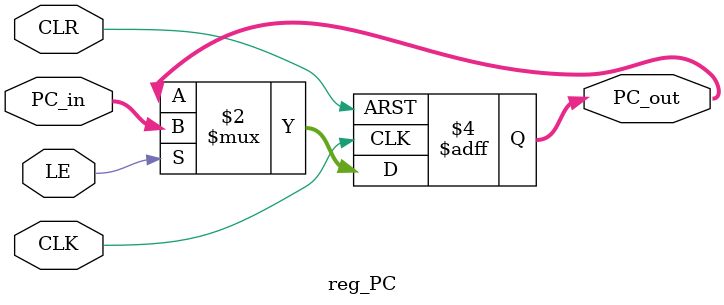
<source format=v>
module reg_PC(PC_out, PC_in, LE, CLK, CLR);
    output reg [31:0] PC_out;    // Output of Register 
    input [31:0] PC_in;        // Inputs of Register
    input LE, CLK, CLR;     // LD, Clock and Reset

    always @ (posedge CLK, posedge CLR) begin// When theres 1) Changes(Always) in 2) CLK to 1(Posedge) or 3) CLR to 1(Posedge) Then:
        if(CLR) PC_out <= 32'b00000000000000000000000000000000; // When this is 1, reset the Q ( Outs of register) to 0

        else if(LE) PC_out <= PC_in;  // When this is 1, Allow whats in the Registers input to the output ( In->Out)
        // Non blocking Application(Ex:a<=b;) so both the Register CAN pass its in->out AND reset if required.
    end
endmodule
</source>
